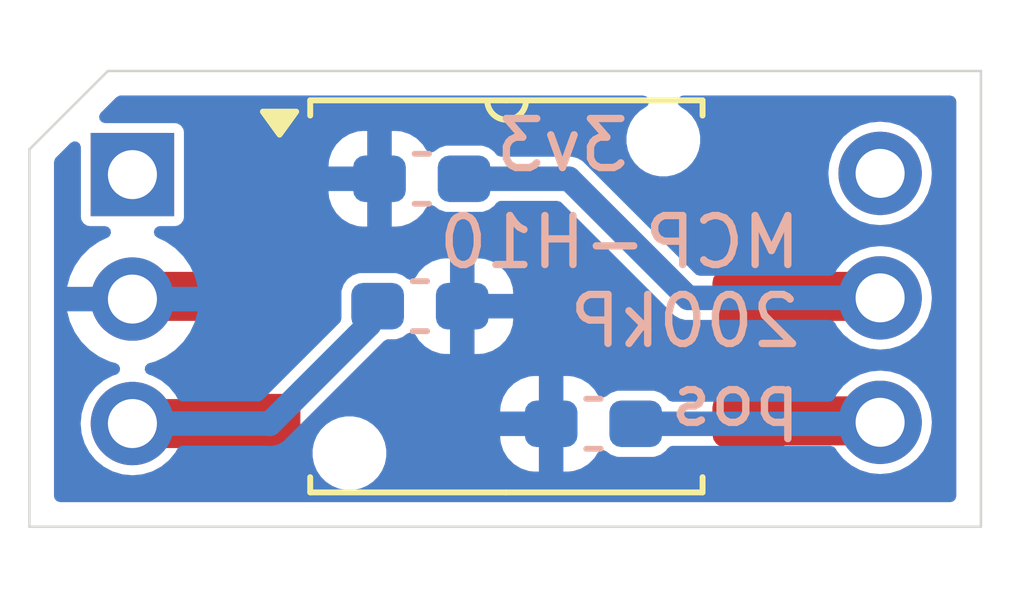
<source format=kicad_pcb>
(kicad_pcb (version 20240108) (generator "pcbnew") (generator_version "8.0")
  (layers (0 "F.Cu" signal) (31 "B.Cu" signal) (34 "B.Paste" user) (35 "F.Paste" user) (36 "B.SilkS" user "B.Silkscreen") (37 "F.SilkS" user "F.Silkscreen") (38 "B.Mask" user) (39 "F.Mask" user) (44 "Edge.Cuts" user))
  (net 0 "")
  (net 1 "Net-(J1-Pin_3)")
  (net 2 "GND")
  (net 3 "Net-(J2-Pin_1)")
  (net 4 "Net-(J2-Pin_2)")
  (footprint "Library:MCP-H10" (layer "F.Cu") (at 21.425 16.3)
    (property "Reference" "U1")
    (property "Value" "~")
    (fp_line (start -4 -4) (end -4 -3.69) (stroke (width 0.12)) (layer "F.SilkS"))
    (fp_line (start -4 4) (end -4 3.69) (stroke (width 0.12)) (layer "F.SilkS"))
    (fp_line (start -0.01 4) (end -4 4) (stroke (width 0.12)) (layer "F.SilkS"))
    (fp_line (start -0.01 4) (end 4 4) (stroke (width 0.12)) (layer "F.SilkS"))
    (fp_line (start 0 -4) (end 4 -4) (stroke (width 0.12)) (layer "F.SilkS"))
    (fp_line (start 0.005 -4) (end -4 -4) (stroke (width 0.12)) (layer "F.SilkS"))
    (fp_line (start 4 -4) (end 4 -3.69) (stroke (width 0.12)) (layer "F.SilkS"))
    (fp_line (start 4 4) (end 4 3.69) (stroke (width 0.12)) (layer "F.SilkS"))
    (fp_arc (start 0.4 -4) (mid 0.005 -3.605) (end -0.39 -4) (stroke (width 0.12)) (layer "F.SilkS"))
    (fp_poly (pts (xy -4.625 -3.3) (xy -4.965 -3.77) (xy -4.285 -3.77) (xy -4.625 -3.3)) (stroke (width 0.12)) (fill solid) (layer "F.SilkS"))
    (pad "" np_thru_hole circle (at -3.2 3.2) (size 1 1) (drill 1) (layers "F&B.Cu" "*.Mask"))
    (pad "" np_thru_hole circle (at 3.2 -3.2) (size 1 1) (drill 1) (layers "F&B.Cu" "*.Mask"))
    (pad "1" smd roundrect (at -5 -2.54) (size 1.6 1.1) (layers "F.Cu" "F.Paste" "F.Mask"))
    (pad "2" smd roundrect (at -5 0) (size 1.6 1.1) (layers "F.Cu" "F.Paste" "F.Mask") (net 2 "GND"))
    (pad "3" smd roundrect (at -5 2.54) (size 1.6 1.1) (layers "F.Cu" "F.Paste" "F.Mask") (net 1 "Net-(J1-Pin_3)"))
    (pad "4" smd roundrect (at 5 2.54) (size 1.6 1.1) (layers "F.Cu" "F.Paste" "F.Mask") (net 3 "Net-(J2-Pin_1)"))
    (pad "5" smd roundrect (at 5 0) (size 1.6 1.1) (layers "F.Cu" "F.Paste" "F.Mask") (net 4 "Net-(J2-Pin_2)"))
    (pad "6" smd roundrect (at 5 -2.54) (size 1.6 1.1) (layers "F.Cu" "F.Paste" "F.Mask"))
  )
  (footprint "Capacitor_SMD:C_0603_1608Metric_Pad1.08x0.95mm_HandSolder" (layer "B.Cu") (at 19.6625 16.5)
    (property "Reference" "C1" (hide yes))
    (property "Value" "100nF")
    (fp_line (start 0.146267 -0.51) (end -0.146267 -0.51) (stroke (width 0.12)) (layer "B.SilkS"))
    (fp_line (start 0.146267 0.51) (end -0.146267 0.51) (stroke (width 0.12)) (layer "B.SilkS"))
    (pad "1" smd roundrect (at -0.8625 0) (size 1.075 0.95) (layers "B.Cu" "B.Paste" "B.Mask") (net 1 "Net-(J1-Pin_3)"))
    (pad "2" smd roundrect (at 0.8625 0) (size 1.075 0.95) (layers "B.Cu" "B.Paste" "B.Mask") (net 2 "GND"))
  )
  (footprint "Capacitor_SMD:C_0603_1608Metric_Pad1.08x0.95mm_HandSolder" (layer "B.Cu") (at 19.7 13.9 180)
    (property "Reference" "C3" (hide yes))
    (property "Value" "100nF")
    (fp_line (start 0.146267 0.51) (end -0.146267 0.51) (stroke (width 0.12)) (layer "B.SilkS"))
    (fp_line (start 0.146267 -0.51) (end -0.146267 -0.51) (stroke (width 0.12)) (layer "B.SilkS"))
    (pad "1" smd roundrect (at -0.8625 0 180) (size 1.075 0.95) (layers "B.Cu" "B.Paste" "B.Mask") (net 4 "Net-(J2-Pin_2)"))
    (pad "2" smd roundrect (at 0.8625 0 180) (size 1.075 0.95) (layers "B.Cu" "B.Paste" "B.Mask") (net 2 "GND"))
  )
  (footprint "Connector_PinHeader_2.54mm:PinHeader_1x03_P2.54mm_Vertical" (layer "B.Cu") (at 29.045 18.87)
    (property "Reference" "J2")
    (property "Value" "Conn")
    (pad "1" thru_hole oval (at 0 0) (size 1.7 1.7) (drill 1) (layers "*.Cu" "*.Mask") (net 3 "Net-(J2-Pin_1)"))
    (pad "2" thru_hole oval (at 0 -2.54) (size 1.7 1.7) (drill 1) (layers "*.Cu" "*.Mask") (net 4 "Net-(J2-Pin_2)"))
    (pad "3" thru_hole oval (at 0 -5.08) (size 1.7 1.7) (drill 1) (layers "*.Cu" "*.Mask"))
  )
  (footprint "Connector_PinHeader_2.54mm:PinHeader_1x03_P2.54mm_Vertical" (layer "B.Cu") (at 13.8 13.815 180)
    (property "Reference" "J1")
    (property "Value" "Conn")
    (pad "1" thru_hole rect (at 0 0 180) (size 1.7 1.7) (drill 1) (layers "*.Cu" "*.Mask"))
    (pad "2" thru_hole oval (at 0 -2.54 180) (size 1.7 1.7) (drill 1) (layers "*.Cu" "*.Mask") (net 2 "GND"))
    (pad "3" thru_hole oval (at 0 -5.08 180) (size 1.7 1.7) (drill 1) (layers "*.Cu" "*.Mask") (net 1 "Net-(J1-Pin_3)"))
  )
  (footprint "Capacitor_SMD:C_0603_1608Metric_Pad1.08x0.95mm_HandSolder" (layer "B.Cu") (at 23.2 18.9 180)
    (property "Reference" "C2" (hide yes))
    (property "Value" "100nF")
    (fp_line (start 0.146267 0.51) (end -0.146267 0.51) (stroke (width 0.12)) (layer "B.SilkS"))
    (fp_line (start 0.146267 -0.51) (end -0.146267 -0.51) (stroke (width 0.12)) (layer "B.SilkS"))
    (pad "1" smd roundrect (at -0.8625 0 180) (size 1.075 0.95) (layers "B.Cu" "B.Paste" "B.Mask") (net 3 "Net-(J2-Pin_1)"))
    (pad "2" smd roundrect (at 0.8625 0 180) (size 1.075 0.95) (layers "B.Cu" "B.Paste" "B.Mask") (net 2 "GND"))
  )
  (gr_line (start 31.1 11.7) (end 31.1 21) (stroke (width 0.05)) (layer "Edge.Cuts"))
  (gr_line (start 13.3 11.7) (end 11.7 13.3) (stroke (width 0.05)) (layer "Edge.Cuts"))
  (gr_line (start 11.7 21) (end 11.7 13.3) (stroke (width 0.05)) (layer "Edge.Cuts"))
  (gr_line (start 13.3 11.7) (end 31.1 11.7) (stroke (width 0.05)) (layer "Edge.Cuts"))
  (gr_line (start 31.1 21) (end 11.7 21) (stroke (width 0.05)) (layer "Edge.Cuts"))
  (gr_text "MCP-H10\n200kP\npos\n" (at 27.5 19 0) (layer "B.SilkS") (effects (font (size 1 1)) (justify left bottom mirror)))
  (gr_text "3v3" (at 24 13.8 0) (layer "B.SilkS") (effects (font (size 1 1)) (justify left bottom mirror)))
  (segment (start 16.3575 18.9075) (end 16.425 18.84) (width 1) (layer "F.Cu") (net 1))
  (segment (start 13.8 18.895) (end 16.37 18.895) (width 1) (layer "F.Cu") (net 1))
  (segment (start 16.37 18.895) (end 16.425 18.84) (width 1) (layer "F.Cu") (net 1))
  (segment (start 18.625 16.875) (end 16.6 18.9) (width 0.5) (layer "B.Cu") (net 1))
  (segment (start 16.595 18.895) (end 13.8 18.895) (width 0.5) (layer "B.Cu") (net 1))
  (segment (start 16.6 18.9) (end 16.595 18.895) (width 0.5) (layer "B.Cu") (net 1))
  (segment (start 18.625 16.5) (end 18.625 16.875) (width 0.5) (layer "B.Cu") (net 1))
  (segment (start 13.855 16.3) (end 13.8 16.355) (width 1) (layer "F.Cu") (net 2))
  (segment (start 16.425 16.3) (end 13.855 16.3) (width 1) (layer "F.Cu") (net 2))
  (segment (start 29.015 18.84) (end 29.045 18.87) (width 1) (layer "F.Cu") (net 3))
  (segment (start 26.425 18.84) (end 29.015 18.84) (width 1) (layer "F.Cu") (net 3))
  (segment (start 24.2375 18.9) (end 29.015 18.9) (width 0.5) (layer "B.Cu") (net 3))
  (segment (start 29.015 18.9) (end 29.045 18.87) (width 0.5) (layer "B.Cu") (net 3))
  (segment (start 26.425 16.3) (end 29.015 16.3) (width 1) (layer "F.Cu") (net 4))
  (segment (start 29.015 16.3) (end 29.045 16.33) (width 1) (layer "F.Cu") (net 4))
  (segment (start 20.7375 13.9) (end 22.7 13.9) (width 0.5) (layer "B.Cu") (net 4))
  (segment (start 22.7 13.9) (end 25.13 16.33) (width 0.5) (layer "B.Cu") (net 4))
  (segment (start 25.13 16.33) (end 29.045 16.33) (width 0.5) (layer "B.Cu") (net 4))
  (zone (net 2) (net_name "GND") (layer "B.Cu") (connect_pads (clearance 0)) (min_thickness 0.25) (fill yes (thermal_gap 0.5) (thermal_bridge_width 0.5))
    (polygon (pts (xy 11.1 11.1) (xy 31.7 11.1) (xy 32 22.3) (xy 11.1 22.1)))
  )
)
</source>
